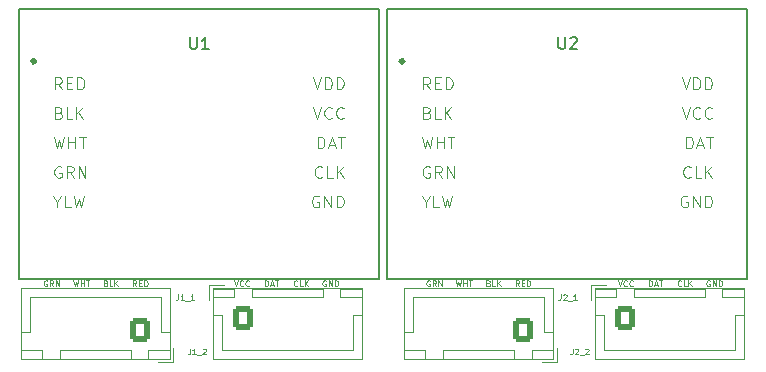
<source format=gto>
%TF.GenerationSoftware,KiCad,Pcbnew,8.0.1*%
%TF.CreationDate,2024-04-28T18:39:05+02:00*%
%TF.ProjectId,ScaleModule,5363616c-654d-46f6-9475-6c652e6b6963,v0.1*%
%TF.SameCoordinates,Original*%
%TF.FileFunction,Legend,Top*%
%TF.FilePolarity,Positive*%
%FSLAX46Y46*%
G04 Gerber Fmt 4.6, Leading zero omitted, Abs format (unit mm)*
G04 Created by KiCad (PCBNEW 8.0.1) date 2024-04-28 18:39:05*
%MOMM*%
%LPD*%
G01*
G04 APERTURE LIST*
G04 Aperture macros list*
%AMRoundRect*
0 Rectangle with rounded corners*
0 $1 Rounding radius*
0 $2 $3 $4 $5 $6 $7 $8 $9 X,Y pos of 4 corners*
0 Add a 4 corners polygon primitive as box body*
4,1,4,$2,$3,$4,$5,$6,$7,$8,$9,$2,$3,0*
0 Add four circle primitives for the rounded corners*
1,1,$1+$1,$2,$3*
1,1,$1+$1,$4,$5*
1,1,$1+$1,$6,$7*
1,1,$1+$1,$8,$9*
0 Add four rect primitives between the rounded corners*
20,1,$1+$1,$2,$3,$4,$5,0*
20,1,$1+$1,$4,$5,$6,$7,0*
20,1,$1+$1,$6,$7,$8,$9,0*
20,1,$1+$1,$8,$9,$2,$3,0*%
G04 Aperture macros list end*
%ADD10C,0.100000*%
%ADD11C,0.125000*%
%ADD12C,0.150000*%
%ADD13C,0.120000*%
%ADD14C,0.127000*%
%ADD15C,0.300000*%
%ADD16RoundRect,0.250000X-0.600000X-0.725000X0.600000X-0.725000X0.600000X0.725000X-0.600000X0.725000X0*%
%ADD17O,1.700000X1.950000*%
%ADD18RoundRect,0.250000X0.600000X0.725000X-0.600000X0.725000X-0.600000X-0.725000X0.600000X-0.725000X0*%
%ADD19C,3.200000*%
%ADD20C,2.083600*%
G04 APERTURE END LIST*
D10*
X127733334Y-112146109D02*
X127900000Y-112646109D01*
X127900000Y-112646109D02*
X128066667Y-112146109D01*
X128519047Y-112598490D02*
X128495238Y-112622300D01*
X128495238Y-112622300D02*
X128423809Y-112646109D01*
X128423809Y-112646109D02*
X128376190Y-112646109D01*
X128376190Y-112646109D02*
X128304762Y-112622300D01*
X128304762Y-112622300D02*
X128257143Y-112574680D01*
X128257143Y-112574680D02*
X128233333Y-112527061D01*
X128233333Y-112527061D02*
X128209524Y-112431823D01*
X128209524Y-112431823D02*
X128209524Y-112360395D01*
X128209524Y-112360395D02*
X128233333Y-112265157D01*
X128233333Y-112265157D02*
X128257143Y-112217538D01*
X128257143Y-112217538D02*
X128304762Y-112169919D01*
X128304762Y-112169919D02*
X128376190Y-112146109D01*
X128376190Y-112146109D02*
X128423809Y-112146109D01*
X128423809Y-112146109D02*
X128495238Y-112169919D01*
X128495238Y-112169919D02*
X128519047Y-112193728D01*
X129019047Y-112598490D02*
X128995238Y-112622300D01*
X128995238Y-112622300D02*
X128923809Y-112646109D01*
X128923809Y-112646109D02*
X128876190Y-112646109D01*
X128876190Y-112646109D02*
X128804762Y-112622300D01*
X128804762Y-112622300D02*
X128757143Y-112574680D01*
X128757143Y-112574680D02*
X128733333Y-112527061D01*
X128733333Y-112527061D02*
X128709524Y-112431823D01*
X128709524Y-112431823D02*
X128709524Y-112360395D01*
X128709524Y-112360395D02*
X128733333Y-112265157D01*
X128733333Y-112265157D02*
X128757143Y-112217538D01*
X128757143Y-112217538D02*
X128804762Y-112169919D01*
X128804762Y-112169919D02*
X128876190Y-112146109D01*
X128876190Y-112146109D02*
X128923809Y-112146109D01*
X128923809Y-112146109D02*
X128995238Y-112169919D01*
X128995238Y-112169919D02*
X129019047Y-112193728D01*
X151878571Y-112646109D02*
X151711905Y-112408014D01*
X151592857Y-112646109D02*
X151592857Y-112146109D01*
X151592857Y-112146109D02*
X151783333Y-112146109D01*
X151783333Y-112146109D02*
X151830952Y-112169919D01*
X151830952Y-112169919D02*
X151854762Y-112193728D01*
X151854762Y-112193728D02*
X151878571Y-112241347D01*
X151878571Y-112241347D02*
X151878571Y-112312776D01*
X151878571Y-112312776D02*
X151854762Y-112360395D01*
X151854762Y-112360395D02*
X151830952Y-112384204D01*
X151830952Y-112384204D02*
X151783333Y-112408014D01*
X151783333Y-112408014D02*
X151592857Y-112408014D01*
X152092857Y-112384204D02*
X152259524Y-112384204D01*
X152330952Y-112646109D02*
X152092857Y-112646109D01*
X152092857Y-112646109D02*
X152092857Y-112146109D01*
X152092857Y-112146109D02*
X152330952Y-112146109D01*
X152545238Y-112646109D02*
X152545238Y-112146109D01*
X152545238Y-112146109D02*
X152664286Y-112146109D01*
X152664286Y-112146109D02*
X152735714Y-112169919D01*
X152735714Y-112169919D02*
X152783333Y-112217538D01*
X152783333Y-112217538D02*
X152807143Y-112265157D01*
X152807143Y-112265157D02*
X152830952Y-112360395D01*
X152830952Y-112360395D02*
X152830952Y-112431823D01*
X152830952Y-112431823D02*
X152807143Y-112527061D01*
X152807143Y-112527061D02*
X152783333Y-112574680D01*
X152783333Y-112574680D02*
X152735714Y-112622300D01*
X152735714Y-112622300D02*
X152664286Y-112646109D01*
X152664286Y-112646109D02*
X152545238Y-112646109D01*
X119478571Y-112646109D02*
X119311905Y-112408014D01*
X119192857Y-112646109D02*
X119192857Y-112146109D01*
X119192857Y-112146109D02*
X119383333Y-112146109D01*
X119383333Y-112146109D02*
X119430952Y-112169919D01*
X119430952Y-112169919D02*
X119454762Y-112193728D01*
X119454762Y-112193728D02*
X119478571Y-112241347D01*
X119478571Y-112241347D02*
X119478571Y-112312776D01*
X119478571Y-112312776D02*
X119454762Y-112360395D01*
X119454762Y-112360395D02*
X119430952Y-112384204D01*
X119430952Y-112384204D02*
X119383333Y-112408014D01*
X119383333Y-112408014D02*
X119192857Y-112408014D01*
X119692857Y-112384204D02*
X119859524Y-112384204D01*
X119930952Y-112646109D02*
X119692857Y-112646109D01*
X119692857Y-112646109D02*
X119692857Y-112146109D01*
X119692857Y-112146109D02*
X119930952Y-112146109D01*
X120145238Y-112646109D02*
X120145238Y-112146109D01*
X120145238Y-112146109D02*
X120264286Y-112146109D01*
X120264286Y-112146109D02*
X120335714Y-112169919D01*
X120335714Y-112169919D02*
X120383333Y-112217538D01*
X120383333Y-112217538D02*
X120407143Y-112265157D01*
X120407143Y-112265157D02*
X120430952Y-112360395D01*
X120430952Y-112360395D02*
X120430952Y-112431823D01*
X120430952Y-112431823D02*
X120407143Y-112527061D01*
X120407143Y-112527061D02*
X120383333Y-112574680D01*
X120383333Y-112574680D02*
X120335714Y-112622300D01*
X120335714Y-112622300D02*
X120264286Y-112646109D01*
X120264286Y-112646109D02*
X120145238Y-112646109D01*
X162864286Y-112646109D02*
X162864286Y-112146109D01*
X162864286Y-112146109D02*
X162983334Y-112146109D01*
X162983334Y-112146109D02*
X163054762Y-112169919D01*
X163054762Y-112169919D02*
X163102381Y-112217538D01*
X163102381Y-112217538D02*
X163126191Y-112265157D01*
X163126191Y-112265157D02*
X163150000Y-112360395D01*
X163150000Y-112360395D02*
X163150000Y-112431823D01*
X163150000Y-112431823D02*
X163126191Y-112527061D01*
X163126191Y-112527061D02*
X163102381Y-112574680D01*
X163102381Y-112574680D02*
X163054762Y-112622300D01*
X163054762Y-112622300D02*
X162983334Y-112646109D01*
X162983334Y-112646109D02*
X162864286Y-112646109D01*
X163340477Y-112503252D02*
X163578572Y-112503252D01*
X163292858Y-112646109D02*
X163459524Y-112146109D01*
X163459524Y-112146109D02*
X163626191Y-112646109D01*
X163721429Y-112146109D02*
X164007143Y-112146109D01*
X163864286Y-112646109D02*
X163864286Y-112146109D01*
X168019047Y-112169919D02*
X167971428Y-112146109D01*
X167971428Y-112146109D02*
X167899999Y-112146109D01*
X167899999Y-112146109D02*
X167828571Y-112169919D01*
X167828571Y-112169919D02*
X167780952Y-112217538D01*
X167780952Y-112217538D02*
X167757142Y-112265157D01*
X167757142Y-112265157D02*
X167733333Y-112360395D01*
X167733333Y-112360395D02*
X167733333Y-112431823D01*
X167733333Y-112431823D02*
X167757142Y-112527061D01*
X167757142Y-112527061D02*
X167780952Y-112574680D01*
X167780952Y-112574680D02*
X167828571Y-112622300D01*
X167828571Y-112622300D02*
X167899999Y-112646109D01*
X167899999Y-112646109D02*
X167947618Y-112646109D01*
X167947618Y-112646109D02*
X168019047Y-112622300D01*
X168019047Y-112622300D02*
X168042856Y-112598490D01*
X168042856Y-112598490D02*
X168042856Y-112431823D01*
X168042856Y-112431823D02*
X167947618Y-112431823D01*
X168257142Y-112646109D02*
X168257142Y-112146109D01*
X168257142Y-112146109D02*
X168542856Y-112646109D01*
X168542856Y-112646109D02*
X168542856Y-112146109D01*
X168780952Y-112646109D02*
X168780952Y-112146109D01*
X168780952Y-112146109D02*
X168900000Y-112146109D01*
X168900000Y-112146109D02*
X168971428Y-112169919D01*
X168971428Y-112169919D02*
X169019047Y-112217538D01*
X169019047Y-112217538D02*
X169042857Y-112265157D01*
X169042857Y-112265157D02*
X169066666Y-112360395D01*
X169066666Y-112360395D02*
X169066666Y-112431823D01*
X169066666Y-112431823D02*
X169042857Y-112527061D01*
X169042857Y-112527061D02*
X169019047Y-112574680D01*
X169019047Y-112574680D02*
X168971428Y-112622300D01*
X168971428Y-112622300D02*
X168900000Y-112646109D01*
X168900000Y-112646109D02*
X168780952Y-112646109D01*
X130364286Y-112646109D02*
X130364286Y-112146109D01*
X130364286Y-112146109D02*
X130483334Y-112146109D01*
X130483334Y-112146109D02*
X130554762Y-112169919D01*
X130554762Y-112169919D02*
X130602381Y-112217538D01*
X130602381Y-112217538D02*
X130626191Y-112265157D01*
X130626191Y-112265157D02*
X130650000Y-112360395D01*
X130650000Y-112360395D02*
X130650000Y-112431823D01*
X130650000Y-112431823D02*
X130626191Y-112527061D01*
X130626191Y-112527061D02*
X130602381Y-112574680D01*
X130602381Y-112574680D02*
X130554762Y-112622300D01*
X130554762Y-112622300D02*
X130483334Y-112646109D01*
X130483334Y-112646109D02*
X130364286Y-112646109D01*
X130840477Y-112503252D02*
X131078572Y-112503252D01*
X130792858Y-112646109D02*
X130959524Y-112146109D01*
X130959524Y-112146109D02*
X131126191Y-112646109D01*
X131221429Y-112146109D02*
X131507143Y-112146109D01*
X131364286Y-112646109D02*
X131364286Y-112146109D01*
X114133333Y-112146109D02*
X114252381Y-112646109D01*
X114252381Y-112646109D02*
X114347619Y-112288966D01*
X114347619Y-112288966D02*
X114442857Y-112646109D01*
X114442857Y-112646109D02*
X114561905Y-112146109D01*
X114752381Y-112646109D02*
X114752381Y-112146109D01*
X114752381Y-112384204D02*
X115038095Y-112384204D01*
X115038095Y-112646109D02*
X115038095Y-112146109D01*
X115204763Y-112146109D02*
X115490477Y-112146109D01*
X115347620Y-112646109D02*
X115347620Y-112146109D01*
X160233334Y-112146109D02*
X160400000Y-112646109D01*
X160400000Y-112646109D02*
X160566667Y-112146109D01*
X161019047Y-112598490D02*
X160995238Y-112622300D01*
X160995238Y-112622300D02*
X160923809Y-112646109D01*
X160923809Y-112646109D02*
X160876190Y-112646109D01*
X160876190Y-112646109D02*
X160804762Y-112622300D01*
X160804762Y-112622300D02*
X160757143Y-112574680D01*
X160757143Y-112574680D02*
X160733333Y-112527061D01*
X160733333Y-112527061D02*
X160709524Y-112431823D01*
X160709524Y-112431823D02*
X160709524Y-112360395D01*
X160709524Y-112360395D02*
X160733333Y-112265157D01*
X160733333Y-112265157D02*
X160757143Y-112217538D01*
X160757143Y-112217538D02*
X160804762Y-112169919D01*
X160804762Y-112169919D02*
X160876190Y-112146109D01*
X160876190Y-112146109D02*
X160923809Y-112146109D01*
X160923809Y-112146109D02*
X160995238Y-112169919D01*
X160995238Y-112169919D02*
X161019047Y-112193728D01*
X161519047Y-112598490D02*
X161495238Y-112622300D01*
X161495238Y-112622300D02*
X161423809Y-112646109D01*
X161423809Y-112646109D02*
X161376190Y-112646109D01*
X161376190Y-112646109D02*
X161304762Y-112622300D01*
X161304762Y-112622300D02*
X161257143Y-112574680D01*
X161257143Y-112574680D02*
X161233333Y-112527061D01*
X161233333Y-112527061D02*
X161209524Y-112431823D01*
X161209524Y-112431823D02*
X161209524Y-112360395D01*
X161209524Y-112360395D02*
X161233333Y-112265157D01*
X161233333Y-112265157D02*
X161257143Y-112217538D01*
X161257143Y-112217538D02*
X161304762Y-112169919D01*
X161304762Y-112169919D02*
X161376190Y-112146109D01*
X161376190Y-112146109D02*
X161423809Y-112146109D01*
X161423809Y-112146109D02*
X161495238Y-112169919D01*
X161495238Y-112169919D02*
X161519047Y-112193728D01*
X133102380Y-112598490D02*
X133078571Y-112622300D01*
X133078571Y-112622300D02*
X133007142Y-112646109D01*
X133007142Y-112646109D02*
X132959523Y-112646109D01*
X132959523Y-112646109D02*
X132888095Y-112622300D01*
X132888095Y-112622300D02*
X132840476Y-112574680D01*
X132840476Y-112574680D02*
X132816666Y-112527061D01*
X132816666Y-112527061D02*
X132792857Y-112431823D01*
X132792857Y-112431823D02*
X132792857Y-112360395D01*
X132792857Y-112360395D02*
X132816666Y-112265157D01*
X132816666Y-112265157D02*
X132840476Y-112217538D01*
X132840476Y-112217538D02*
X132888095Y-112169919D01*
X132888095Y-112169919D02*
X132959523Y-112146109D01*
X132959523Y-112146109D02*
X133007142Y-112146109D01*
X133007142Y-112146109D02*
X133078571Y-112169919D01*
X133078571Y-112169919D02*
X133102380Y-112193728D01*
X133554761Y-112646109D02*
X133316666Y-112646109D01*
X133316666Y-112646109D02*
X133316666Y-112146109D01*
X133721428Y-112646109D02*
X133721428Y-112146109D01*
X134007142Y-112646109D02*
X133792857Y-112360395D01*
X134007142Y-112146109D02*
X133721428Y-112431823D01*
X111919047Y-112169919D02*
X111871428Y-112146109D01*
X111871428Y-112146109D02*
X111799999Y-112146109D01*
X111799999Y-112146109D02*
X111728571Y-112169919D01*
X111728571Y-112169919D02*
X111680952Y-112217538D01*
X111680952Y-112217538D02*
X111657142Y-112265157D01*
X111657142Y-112265157D02*
X111633333Y-112360395D01*
X111633333Y-112360395D02*
X111633333Y-112431823D01*
X111633333Y-112431823D02*
X111657142Y-112527061D01*
X111657142Y-112527061D02*
X111680952Y-112574680D01*
X111680952Y-112574680D02*
X111728571Y-112622300D01*
X111728571Y-112622300D02*
X111799999Y-112646109D01*
X111799999Y-112646109D02*
X111847618Y-112646109D01*
X111847618Y-112646109D02*
X111919047Y-112622300D01*
X111919047Y-112622300D02*
X111942856Y-112598490D01*
X111942856Y-112598490D02*
X111942856Y-112431823D01*
X111942856Y-112431823D02*
X111847618Y-112431823D01*
X112442856Y-112646109D02*
X112276190Y-112408014D01*
X112157142Y-112646109D02*
X112157142Y-112146109D01*
X112157142Y-112146109D02*
X112347618Y-112146109D01*
X112347618Y-112146109D02*
X112395237Y-112169919D01*
X112395237Y-112169919D02*
X112419047Y-112193728D01*
X112419047Y-112193728D02*
X112442856Y-112241347D01*
X112442856Y-112241347D02*
X112442856Y-112312776D01*
X112442856Y-112312776D02*
X112419047Y-112360395D01*
X112419047Y-112360395D02*
X112395237Y-112384204D01*
X112395237Y-112384204D02*
X112347618Y-112408014D01*
X112347618Y-112408014D02*
X112157142Y-112408014D01*
X112657142Y-112646109D02*
X112657142Y-112146109D01*
X112657142Y-112146109D02*
X112942856Y-112646109D01*
X112942856Y-112646109D02*
X112942856Y-112146109D01*
X116883333Y-112384204D02*
X116954761Y-112408014D01*
X116954761Y-112408014D02*
X116978571Y-112431823D01*
X116978571Y-112431823D02*
X117002380Y-112479442D01*
X117002380Y-112479442D02*
X117002380Y-112550871D01*
X117002380Y-112550871D02*
X116978571Y-112598490D01*
X116978571Y-112598490D02*
X116954761Y-112622300D01*
X116954761Y-112622300D02*
X116907142Y-112646109D01*
X116907142Y-112646109D02*
X116716666Y-112646109D01*
X116716666Y-112646109D02*
X116716666Y-112146109D01*
X116716666Y-112146109D02*
X116883333Y-112146109D01*
X116883333Y-112146109D02*
X116930952Y-112169919D01*
X116930952Y-112169919D02*
X116954761Y-112193728D01*
X116954761Y-112193728D02*
X116978571Y-112241347D01*
X116978571Y-112241347D02*
X116978571Y-112288966D01*
X116978571Y-112288966D02*
X116954761Y-112336585D01*
X116954761Y-112336585D02*
X116930952Y-112360395D01*
X116930952Y-112360395D02*
X116883333Y-112384204D01*
X116883333Y-112384204D02*
X116716666Y-112384204D01*
X117454761Y-112646109D02*
X117216666Y-112646109D01*
X117216666Y-112646109D02*
X117216666Y-112146109D01*
X117621428Y-112646109D02*
X117621428Y-112146109D01*
X117907142Y-112646109D02*
X117692857Y-112360395D01*
X117907142Y-112146109D02*
X117621428Y-112431823D01*
X165602380Y-112598490D02*
X165578571Y-112622300D01*
X165578571Y-112622300D02*
X165507142Y-112646109D01*
X165507142Y-112646109D02*
X165459523Y-112646109D01*
X165459523Y-112646109D02*
X165388095Y-112622300D01*
X165388095Y-112622300D02*
X165340476Y-112574680D01*
X165340476Y-112574680D02*
X165316666Y-112527061D01*
X165316666Y-112527061D02*
X165292857Y-112431823D01*
X165292857Y-112431823D02*
X165292857Y-112360395D01*
X165292857Y-112360395D02*
X165316666Y-112265157D01*
X165316666Y-112265157D02*
X165340476Y-112217538D01*
X165340476Y-112217538D02*
X165388095Y-112169919D01*
X165388095Y-112169919D02*
X165459523Y-112146109D01*
X165459523Y-112146109D02*
X165507142Y-112146109D01*
X165507142Y-112146109D02*
X165578571Y-112169919D01*
X165578571Y-112169919D02*
X165602380Y-112193728D01*
X166054761Y-112646109D02*
X165816666Y-112646109D01*
X165816666Y-112646109D02*
X165816666Y-112146109D01*
X166221428Y-112646109D02*
X166221428Y-112146109D01*
X166507142Y-112646109D02*
X166292857Y-112360395D01*
X166507142Y-112146109D02*
X166221428Y-112431823D01*
X146533333Y-112146109D02*
X146652381Y-112646109D01*
X146652381Y-112646109D02*
X146747619Y-112288966D01*
X146747619Y-112288966D02*
X146842857Y-112646109D01*
X146842857Y-112646109D02*
X146961905Y-112146109D01*
X147152381Y-112646109D02*
X147152381Y-112146109D01*
X147152381Y-112384204D02*
X147438095Y-112384204D01*
X147438095Y-112646109D02*
X147438095Y-112146109D01*
X147604763Y-112146109D02*
X147890477Y-112146109D01*
X147747620Y-112646109D02*
X147747620Y-112146109D01*
X149283333Y-112384204D02*
X149354761Y-112408014D01*
X149354761Y-112408014D02*
X149378571Y-112431823D01*
X149378571Y-112431823D02*
X149402380Y-112479442D01*
X149402380Y-112479442D02*
X149402380Y-112550871D01*
X149402380Y-112550871D02*
X149378571Y-112598490D01*
X149378571Y-112598490D02*
X149354761Y-112622300D01*
X149354761Y-112622300D02*
X149307142Y-112646109D01*
X149307142Y-112646109D02*
X149116666Y-112646109D01*
X149116666Y-112646109D02*
X149116666Y-112146109D01*
X149116666Y-112146109D02*
X149283333Y-112146109D01*
X149283333Y-112146109D02*
X149330952Y-112169919D01*
X149330952Y-112169919D02*
X149354761Y-112193728D01*
X149354761Y-112193728D02*
X149378571Y-112241347D01*
X149378571Y-112241347D02*
X149378571Y-112288966D01*
X149378571Y-112288966D02*
X149354761Y-112336585D01*
X149354761Y-112336585D02*
X149330952Y-112360395D01*
X149330952Y-112360395D02*
X149283333Y-112384204D01*
X149283333Y-112384204D02*
X149116666Y-112384204D01*
X149854761Y-112646109D02*
X149616666Y-112646109D01*
X149616666Y-112646109D02*
X149616666Y-112146109D01*
X150021428Y-112646109D02*
X150021428Y-112146109D01*
X150307142Y-112646109D02*
X150092857Y-112360395D01*
X150307142Y-112146109D02*
X150021428Y-112431823D01*
X144319047Y-112169919D02*
X144271428Y-112146109D01*
X144271428Y-112146109D02*
X144199999Y-112146109D01*
X144199999Y-112146109D02*
X144128571Y-112169919D01*
X144128571Y-112169919D02*
X144080952Y-112217538D01*
X144080952Y-112217538D02*
X144057142Y-112265157D01*
X144057142Y-112265157D02*
X144033333Y-112360395D01*
X144033333Y-112360395D02*
X144033333Y-112431823D01*
X144033333Y-112431823D02*
X144057142Y-112527061D01*
X144057142Y-112527061D02*
X144080952Y-112574680D01*
X144080952Y-112574680D02*
X144128571Y-112622300D01*
X144128571Y-112622300D02*
X144199999Y-112646109D01*
X144199999Y-112646109D02*
X144247618Y-112646109D01*
X144247618Y-112646109D02*
X144319047Y-112622300D01*
X144319047Y-112622300D02*
X144342856Y-112598490D01*
X144342856Y-112598490D02*
X144342856Y-112431823D01*
X144342856Y-112431823D02*
X144247618Y-112431823D01*
X144842856Y-112646109D02*
X144676190Y-112408014D01*
X144557142Y-112646109D02*
X144557142Y-112146109D01*
X144557142Y-112146109D02*
X144747618Y-112146109D01*
X144747618Y-112146109D02*
X144795237Y-112169919D01*
X144795237Y-112169919D02*
X144819047Y-112193728D01*
X144819047Y-112193728D02*
X144842856Y-112241347D01*
X144842856Y-112241347D02*
X144842856Y-112312776D01*
X144842856Y-112312776D02*
X144819047Y-112360395D01*
X144819047Y-112360395D02*
X144795237Y-112384204D01*
X144795237Y-112384204D02*
X144747618Y-112408014D01*
X144747618Y-112408014D02*
X144557142Y-112408014D01*
X145057142Y-112646109D02*
X145057142Y-112146109D01*
X145057142Y-112146109D02*
X145342856Y-112646109D01*
X145342856Y-112646109D02*
X145342856Y-112146109D01*
X135519047Y-112169919D02*
X135471428Y-112146109D01*
X135471428Y-112146109D02*
X135399999Y-112146109D01*
X135399999Y-112146109D02*
X135328571Y-112169919D01*
X135328571Y-112169919D02*
X135280952Y-112217538D01*
X135280952Y-112217538D02*
X135257142Y-112265157D01*
X135257142Y-112265157D02*
X135233333Y-112360395D01*
X135233333Y-112360395D02*
X135233333Y-112431823D01*
X135233333Y-112431823D02*
X135257142Y-112527061D01*
X135257142Y-112527061D02*
X135280952Y-112574680D01*
X135280952Y-112574680D02*
X135328571Y-112622300D01*
X135328571Y-112622300D02*
X135399999Y-112646109D01*
X135399999Y-112646109D02*
X135447618Y-112646109D01*
X135447618Y-112646109D02*
X135519047Y-112622300D01*
X135519047Y-112622300D02*
X135542856Y-112598490D01*
X135542856Y-112598490D02*
X135542856Y-112431823D01*
X135542856Y-112431823D02*
X135447618Y-112431823D01*
X135757142Y-112646109D02*
X135757142Y-112146109D01*
X135757142Y-112146109D02*
X136042856Y-112646109D01*
X136042856Y-112646109D02*
X136042856Y-112146109D01*
X136280952Y-112646109D02*
X136280952Y-112146109D01*
X136280952Y-112146109D02*
X136400000Y-112146109D01*
X136400000Y-112146109D02*
X136471428Y-112169919D01*
X136471428Y-112169919D02*
X136519047Y-112217538D01*
X136519047Y-112217538D02*
X136542857Y-112265157D01*
X136542857Y-112265157D02*
X136566666Y-112360395D01*
X136566666Y-112360395D02*
X136566666Y-112431823D01*
X136566666Y-112431823D02*
X136542857Y-112527061D01*
X136542857Y-112527061D02*
X136519047Y-112574680D01*
X136519047Y-112574680D02*
X136471428Y-112622300D01*
X136471428Y-112622300D02*
X136400000Y-112646109D01*
X136400000Y-112646109D02*
X136280952Y-112646109D01*
D11*
X156404762Y-117924809D02*
X156404762Y-118281952D01*
X156404762Y-118281952D02*
X156380953Y-118353380D01*
X156380953Y-118353380D02*
X156333334Y-118401000D01*
X156333334Y-118401000D02*
X156261905Y-118424809D01*
X156261905Y-118424809D02*
X156214286Y-118424809D01*
X156619048Y-117972428D02*
X156642857Y-117948619D01*
X156642857Y-117948619D02*
X156690476Y-117924809D01*
X156690476Y-117924809D02*
X156809524Y-117924809D01*
X156809524Y-117924809D02*
X156857143Y-117948619D01*
X156857143Y-117948619D02*
X156880952Y-117972428D01*
X156880952Y-117972428D02*
X156904762Y-118020047D01*
X156904762Y-118020047D02*
X156904762Y-118067666D01*
X156904762Y-118067666D02*
X156880952Y-118139095D01*
X156880952Y-118139095D02*
X156595238Y-118424809D01*
X156595238Y-118424809D02*
X156904762Y-118424809D01*
X157000000Y-118472428D02*
X157380952Y-118472428D01*
X157476190Y-117972428D02*
X157499999Y-117948619D01*
X157499999Y-117948619D02*
X157547618Y-117924809D01*
X157547618Y-117924809D02*
X157666666Y-117924809D01*
X157666666Y-117924809D02*
X157714285Y-117948619D01*
X157714285Y-117948619D02*
X157738094Y-117972428D01*
X157738094Y-117972428D02*
X157761904Y-118020047D01*
X157761904Y-118020047D02*
X157761904Y-118067666D01*
X157761904Y-118067666D02*
X157738094Y-118139095D01*
X157738094Y-118139095D02*
X157452380Y-118424809D01*
X157452380Y-118424809D02*
X157761904Y-118424809D01*
X155404762Y-113324809D02*
X155404762Y-113681952D01*
X155404762Y-113681952D02*
X155380953Y-113753380D01*
X155380953Y-113753380D02*
X155333334Y-113801000D01*
X155333334Y-113801000D02*
X155261905Y-113824809D01*
X155261905Y-113824809D02*
X155214286Y-113824809D01*
X155619048Y-113372428D02*
X155642857Y-113348619D01*
X155642857Y-113348619D02*
X155690476Y-113324809D01*
X155690476Y-113324809D02*
X155809524Y-113324809D01*
X155809524Y-113324809D02*
X155857143Y-113348619D01*
X155857143Y-113348619D02*
X155880952Y-113372428D01*
X155880952Y-113372428D02*
X155904762Y-113420047D01*
X155904762Y-113420047D02*
X155904762Y-113467666D01*
X155904762Y-113467666D02*
X155880952Y-113539095D01*
X155880952Y-113539095D02*
X155595238Y-113824809D01*
X155595238Y-113824809D02*
X155904762Y-113824809D01*
X156000000Y-113872428D02*
X156380952Y-113872428D01*
X156761904Y-113824809D02*
X156476190Y-113824809D01*
X156619047Y-113824809D02*
X156619047Y-113324809D01*
X156619047Y-113324809D02*
X156571428Y-113396238D01*
X156571428Y-113396238D02*
X156523809Y-113443857D01*
X156523809Y-113443857D02*
X156476190Y-113467666D01*
X124004762Y-117924809D02*
X124004762Y-118281952D01*
X124004762Y-118281952D02*
X123980953Y-118353380D01*
X123980953Y-118353380D02*
X123933334Y-118401000D01*
X123933334Y-118401000D02*
X123861905Y-118424809D01*
X123861905Y-118424809D02*
X123814286Y-118424809D01*
X124504762Y-118424809D02*
X124219048Y-118424809D01*
X124361905Y-118424809D02*
X124361905Y-117924809D01*
X124361905Y-117924809D02*
X124314286Y-117996238D01*
X124314286Y-117996238D02*
X124266667Y-118043857D01*
X124266667Y-118043857D02*
X124219048Y-118067666D01*
X124600000Y-118472428D02*
X124980952Y-118472428D01*
X125076190Y-117972428D02*
X125099999Y-117948619D01*
X125099999Y-117948619D02*
X125147618Y-117924809D01*
X125147618Y-117924809D02*
X125266666Y-117924809D01*
X125266666Y-117924809D02*
X125314285Y-117948619D01*
X125314285Y-117948619D02*
X125338094Y-117972428D01*
X125338094Y-117972428D02*
X125361904Y-118020047D01*
X125361904Y-118020047D02*
X125361904Y-118067666D01*
X125361904Y-118067666D02*
X125338094Y-118139095D01*
X125338094Y-118139095D02*
X125052380Y-118424809D01*
X125052380Y-118424809D02*
X125361904Y-118424809D01*
X123004762Y-113324809D02*
X123004762Y-113681952D01*
X123004762Y-113681952D02*
X122980953Y-113753380D01*
X122980953Y-113753380D02*
X122933334Y-113801000D01*
X122933334Y-113801000D02*
X122861905Y-113824809D01*
X122861905Y-113824809D02*
X122814286Y-113824809D01*
X123504762Y-113824809D02*
X123219048Y-113824809D01*
X123361905Y-113824809D02*
X123361905Y-113324809D01*
X123361905Y-113324809D02*
X123314286Y-113396238D01*
X123314286Y-113396238D02*
X123266667Y-113443857D01*
X123266667Y-113443857D02*
X123219048Y-113467666D01*
X123600000Y-113872428D02*
X123980952Y-113872428D01*
X124361904Y-113824809D02*
X124076190Y-113824809D01*
X124219047Y-113824809D02*
X124219047Y-113324809D01*
X124219047Y-113324809D02*
X124171428Y-113396238D01*
X124171428Y-113396238D02*
X124123809Y-113443857D01*
X124123809Y-113443857D02*
X124076190Y-113467666D01*
D12*
X124018047Y-91554786D02*
X124018047Y-92364360D01*
X124018047Y-92364360D02*
X124065669Y-92459604D01*
X124065669Y-92459604D02*
X124113291Y-92507227D01*
X124113291Y-92507227D02*
X124208535Y-92554849D01*
X124208535Y-92554849D02*
X124399023Y-92554849D01*
X124399023Y-92554849D02*
X124494267Y-92507227D01*
X124494267Y-92507227D02*
X124541889Y-92459604D01*
X124541889Y-92459604D02*
X124589511Y-92364360D01*
X124589511Y-92364360D02*
X124589511Y-91554786D01*
X125589574Y-92554849D02*
X125018110Y-92554849D01*
X125303842Y-92554849D02*
X125303842Y-91554786D01*
X125303842Y-91554786D02*
X125208598Y-91697652D01*
X125208598Y-91697652D02*
X125113354Y-91792896D01*
X125113354Y-91792896D02*
X125018110Y-91840518D01*
D10*
X134452306Y-97472419D02*
X134785639Y-98472419D01*
X134785639Y-98472419D02*
X135118972Y-97472419D01*
X136023734Y-98377180D02*
X135976115Y-98424800D01*
X135976115Y-98424800D02*
X135833258Y-98472419D01*
X135833258Y-98472419D02*
X135738020Y-98472419D01*
X135738020Y-98472419D02*
X135595163Y-98424800D01*
X135595163Y-98424800D02*
X135499925Y-98329561D01*
X135499925Y-98329561D02*
X135452306Y-98234323D01*
X135452306Y-98234323D02*
X135404687Y-98043847D01*
X135404687Y-98043847D02*
X135404687Y-97900990D01*
X135404687Y-97900990D02*
X135452306Y-97710514D01*
X135452306Y-97710514D02*
X135499925Y-97615276D01*
X135499925Y-97615276D02*
X135595163Y-97520038D01*
X135595163Y-97520038D02*
X135738020Y-97472419D01*
X135738020Y-97472419D02*
X135833258Y-97472419D01*
X135833258Y-97472419D02*
X135976115Y-97520038D01*
X135976115Y-97520038D02*
X136023734Y-97567657D01*
X137023734Y-98377180D02*
X136976115Y-98424800D01*
X136976115Y-98424800D02*
X136833258Y-98472419D01*
X136833258Y-98472419D02*
X136738020Y-98472419D01*
X136738020Y-98472419D02*
X136595163Y-98424800D01*
X136595163Y-98424800D02*
X136499925Y-98329561D01*
X136499925Y-98329561D02*
X136452306Y-98234323D01*
X136452306Y-98234323D02*
X136404687Y-98043847D01*
X136404687Y-98043847D02*
X136404687Y-97900990D01*
X136404687Y-97900990D02*
X136452306Y-97710514D01*
X136452306Y-97710514D02*
X136499925Y-97615276D01*
X136499925Y-97615276D02*
X136595163Y-97520038D01*
X136595163Y-97520038D02*
X136738020Y-97472419D01*
X136738020Y-97472419D02*
X136833258Y-97472419D01*
X136833258Y-97472419D02*
X136976115Y-97520038D01*
X136976115Y-97520038D02*
X137023734Y-97567657D01*
X112488646Y-99972419D02*
X112726741Y-100972419D01*
X112726741Y-100972419D02*
X112917217Y-100258133D01*
X112917217Y-100258133D02*
X113107693Y-100972419D01*
X113107693Y-100972419D02*
X113345789Y-99972419D01*
X113726741Y-100972419D02*
X113726741Y-99972419D01*
X113726741Y-100448609D02*
X114298169Y-100448609D01*
X114298169Y-100972419D02*
X114298169Y-99972419D01*
X114631503Y-99972419D02*
X115202931Y-99972419D01*
X114917217Y-100972419D02*
X114917217Y-99972419D01*
X113107693Y-102520038D02*
X113012455Y-102472419D01*
X113012455Y-102472419D02*
X112869598Y-102472419D01*
X112869598Y-102472419D02*
X112726741Y-102520038D01*
X112726741Y-102520038D02*
X112631503Y-102615276D01*
X112631503Y-102615276D02*
X112583884Y-102710514D01*
X112583884Y-102710514D02*
X112536265Y-102900990D01*
X112536265Y-102900990D02*
X112536265Y-103043847D01*
X112536265Y-103043847D02*
X112583884Y-103234323D01*
X112583884Y-103234323D02*
X112631503Y-103329561D01*
X112631503Y-103329561D02*
X112726741Y-103424800D01*
X112726741Y-103424800D02*
X112869598Y-103472419D01*
X112869598Y-103472419D02*
X112964836Y-103472419D01*
X112964836Y-103472419D02*
X113107693Y-103424800D01*
X113107693Y-103424800D02*
X113155312Y-103377180D01*
X113155312Y-103377180D02*
X113155312Y-103043847D01*
X113155312Y-103043847D02*
X112964836Y-103043847D01*
X114155312Y-103472419D02*
X113821979Y-102996228D01*
X113583884Y-103472419D02*
X113583884Y-102472419D01*
X113583884Y-102472419D02*
X113964836Y-102472419D01*
X113964836Y-102472419D02*
X114060074Y-102520038D01*
X114060074Y-102520038D02*
X114107693Y-102567657D01*
X114107693Y-102567657D02*
X114155312Y-102662895D01*
X114155312Y-102662895D02*
X114155312Y-102805752D01*
X114155312Y-102805752D02*
X114107693Y-102900990D01*
X114107693Y-102900990D02*
X114060074Y-102948609D01*
X114060074Y-102948609D02*
X113964836Y-102996228D01*
X113964836Y-102996228D02*
X113583884Y-102996228D01*
X114583884Y-103472419D02*
X114583884Y-102472419D01*
X114583884Y-102472419D02*
X115155312Y-103472419D01*
X115155312Y-103472419D02*
X115155312Y-102472419D01*
X113155312Y-95972419D02*
X112821979Y-95496228D01*
X112583884Y-95972419D02*
X112583884Y-94972419D01*
X112583884Y-94972419D02*
X112964836Y-94972419D01*
X112964836Y-94972419D02*
X113060074Y-95020038D01*
X113060074Y-95020038D02*
X113107693Y-95067657D01*
X113107693Y-95067657D02*
X113155312Y-95162895D01*
X113155312Y-95162895D02*
X113155312Y-95305752D01*
X113155312Y-95305752D02*
X113107693Y-95400990D01*
X113107693Y-95400990D02*
X113060074Y-95448609D01*
X113060074Y-95448609D02*
X112964836Y-95496228D01*
X112964836Y-95496228D02*
X112583884Y-95496228D01*
X113583884Y-95448609D02*
X113917217Y-95448609D01*
X114060074Y-95972419D02*
X113583884Y-95972419D01*
X113583884Y-95972419D02*
X113583884Y-94972419D01*
X113583884Y-94972419D02*
X114060074Y-94972419D01*
X114488646Y-95972419D02*
X114488646Y-94972419D01*
X114488646Y-94972419D02*
X114726741Y-94972419D01*
X114726741Y-94972419D02*
X114869598Y-95020038D01*
X114869598Y-95020038D02*
X114964836Y-95115276D01*
X114964836Y-95115276D02*
X115012455Y-95210514D01*
X115012455Y-95210514D02*
X115060074Y-95400990D01*
X115060074Y-95400990D02*
X115060074Y-95543847D01*
X115060074Y-95543847D02*
X115012455Y-95734323D01*
X115012455Y-95734323D02*
X114964836Y-95829561D01*
X114964836Y-95829561D02*
X114869598Y-95924800D01*
X114869598Y-95924800D02*
X114726741Y-95972419D01*
X114726741Y-95972419D02*
X114488646Y-95972419D01*
X112917217Y-97948609D02*
X113060074Y-97996228D01*
X113060074Y-97996228D02*
X113107693Y-98043847D01*
X113107693Y-98043847D02*
X113155312Y-98139085D01*
X113155312Y-98139085D02*
X113155312Y-98281942D01*
X113155312Y-98281942D02*
X113107693Y-98377180D01*
X113107693Y-98377180D02*
X113060074Y-98424800D01*
X113060074Y-98424800D02*
X112964836Y-98472419D01*
X112964836Y-98472419D02*
X112583884Y-98472419D01*
X112583884Y-98472419D02*
X112583884Y-97472419D01*
X112583884Y-97472419D02*
X112917217Y-97472419D01*
X112917217Y-97472419D02*
X113012455Y-97520038D01*
X113012455Y-97520038D02*
X113060074Y-97567657D01*
X113060074Y-97567657D02*
X113107693Y-97662895D01*
X113107693Y-97662895D02*
X113107693Y-97758133D01*
X113107693Y-97758133D02*
X113060074Y-97853371D01*
X113060074Y-97853371D02*
X113012455Y-97900990D01*
X113012455Y-97900990D02*
X112917217Y-97948609D01*
X112917217Y-97948609D02*
X112583884Y-97948609D01*
X114060074Y-98472419D02*
X113583884Y-98472419D01*
X113583884Y-98472419D02*
X113583884Y-97472419D01*
X114393408Y-98472419D02*
X114393408Y-97472419D01*
X114964836Y-98472419D02*
X114536265Y-97900990D01*
X114964836Y-97472419D02*
X114393408Y-98043847D01*
X134833258Y-100972419D02*
X134833258Y-99972419D01*
X134833258Y-99972419D02*
X135071353Y-99972419D01*
X135071353Y-99972419D02*
X135214210Y-100020038D01*
X135214210Y-100020038D02*
X135309448Y-100115276D01*
X135309448Y-100115276D02*
X135357067Y-100210514D01*
X135357067Y-100210514D02*
X135404686Y-100400990D01*
X135404686Y-100400990D02*
X135404686Y-100543847D01*
X135404686Y-100543847D02*
X135357067Y-100734323D01*
X135357067Y-100734323D02*
X135309448Y-100829561D01*
X135309448Y-100829561D02*
X135214210Y-100924800D01*
X135214210Y-100924800D02*
X135071353Y-100972419D01*
X135071353Y-100972419D02*
X134833258Y-100972419D01*
X135785639Y-100686704D02*
X136261829Y-100686704D01*
X135690401Y-100972419D02*
X136023734Y-99972419D01*
X136023734Y-99972419D02*
X136357067Y-100972419D01*
X136547544Y-99972419D02*
X137118972Y-99972419D01*
X136833258Y-100972419D02*
X136833258Y-99972419D01*
X135214210Y-103377180D02*
X135166591Y-103424800D01*
X135166591Y-103424800D02*
X135023734Y-103472419D01*
X135023734Y-103472419D02*
X134928496Y-103472419D01*
X134928496Y-103472419D02*
X134785639Y-103424800D01*
X134785639Y-103424800D02*
X134690401Y-103329561D01*
X134690401Y-103329561D02*
X134642782Y-103234323D01*
X134642782Y-103234323D02*
X134595163Y-103043847D01*
X134595163Y-103043847D02*
X134595163Y-102900990D01*
X134595163Y-102900990D02*
X134642782Y-102710514D01*
X134642782Y-102710514D02*
X134690401Y-102615276D01*
X134690401Y-102615276D02*
X134785639Y-102520038D01*
X134785639Y-102520038D02*
X134928496Y-102472419D01*
X134928496Y-102472419D02*
X135023734Y-102472419D01*
X135023734Y-102472419D02*
X135166591Y-102520038D01*
X135166591Y-102520038D02*
X135214210Y-102567657D01*
X136118972Y-103472419D02*
X135642782Y-103472419D01*
X135642782Y-103472419D02*
X135642782Y-102472419D01*
X136452306Y-103472419D02*
X136452306Y-102472419D01*
X137023734Y-103472419D02*
X136595163Y-102900990D01*
X137023734Y-102472419D02*
X136452306Y-103043847D01*
X134928496Y-105020038D02*
X134833258Y-104972419D01*
X134833258Y-104972419D02*
X134690401Y-104972419D01*
X134690401Y-104972419D02*
X134547544Y-105020038D01*
X134547544Y-105020038D02*
X134452306Y-105115276D01*
X134452306Y-105115276D02*
X134404687Y-105210514D01*
X134404687Y-105210514D02*
X134357068Y-105400990D01*
X134357068Y-105400990D02*
X134357068Y-105543847D01*
X134357068Y-105543847D02*
X134404687Y-105734323D01*
X134404687Y-105734323D02*
X134452306Y-105829561D01*
X134452306Y-105829561D02*
X134547544Y-105924800D01*
X134547544Y-105924800D02*
X134690401Y-105972419D01*
X134690401Y-105972419D02*
X134785639Y-105972419D01*
X134785639Y-105972419D02*
X134928496Y-105924800D01*
X134928496Y-105924800D02*
X134976115Y-105877180D01*
X134976115Y-105877180D02*
X134976115Y-105543847D01*
X134976115Y-105543847D02*
X134785639Y-105543847D01*
X135404687Y-105972419D02*
X135404687Y-104972419D01*
X135404687Y-104972419D02*
X135976115Y-105972419D01*
X135976115Y-105972419D02*
X135976115Y-104972419D01*
X136452306Y-105972419D02*
X136452306Y-104972419D01*
X136452306Y-104972419D02*
X136690401Y-104972419D01*
X136690401Y-104972419D02*
X136833258Y-105020038D01*
X136833258Y-105020038D02*
X136928496Y-105115276D01*
X136928496Y-105115276D02*
X136976115Y-105210514D01*
X136976115Y-105210514D02*
X137023734Y-105400990D01*
X137023734Y-105400990D02*
X137023734Y-105543847D01*
X137023734Y-105543847D02*
X136976115Y-105734323D01*
X136976115Y-105734323D02*
X136928496Y-105829561D01*
X136928496Y-105829561D02*
X136833258Y-105924800D01*
X136833258Y-105924800D02*
X136690401Y-105972419D01*
X136690401Y-105972419D02*
X136452306Y-105972419D01*
X134452306Y-94972419D02*
X134785639Y-95972419D01*
X134785639Y-95972419D02*
X135118972Y-94972419D01*
X135452306Y-95972419D02*
X135452306Y-94972419D01*
X135452306Y-94972419D02*
X135690401Y-94972419D01*
X135690401Y-94972419D02*
X135833258Y-95020038D01*
X135833258Y-95020038D02*
X135928496Y-95115276D01*
X135928496Y-95115276D02*
X135976115Y-95210514D01*
X135976115Y-95210514D02*
X136023734Y-95400990D01*
X136023734Y-95400990D02*
X136023734Y-95543847D01*
X136023734Y-95543847D02*
X135976115Y-95734323D01*
X135976115Y-95734323D02*
X135928496Y-95829561D01*
X135928496Y-95829561D02*
X135833258Y-95924800D01*
X135833258Y-95924800D02*
X135690401Y-95972419D01*
X135690401Y-95972419D02*
X135452306Y-95972419D01*
X136452306Y-95972419D02*
X136452306Y-94972419D01*
X136452306Y-94972419D02*
X136690401Y-94972419D01*
X136690401Y-94972419D02*
X136833258Y-95020038D01*
X136833258Y-95020038D02*
X136928496Y-95115276D01*
X136928496Y-95115276D02*
X136976115Y-95210514D01*
X136976115Y-95210514D02*
X137023734Y-95400990D01*
X137023734Y-95400990D02*
X137023734Y-95543847D01*
X137023734Y-95543847D02*
X136976115Y-95734323D01*
X136976115Y-95734323D02*
X136928496Y-95829561D01*
X136928496Y-95829561D02*
X136833258Y-95924800D01*
X136833258Y-95924800D02*
X136690401Y-95972419D01*
X136690401Y-95972419D02*
X136452306Y-95972419D01*
X112774360Y-105496228D02*
X112774360Y-105972419D01*
X112441027Y-104972419D02*
X112774360Y-105496228D01*
X112774360Y-105496228D02*
X113107693Y-104972419D01*
X113917217Y-105972419D02*
X113441027Y-105972419D01*
X113441027Y-105972419D02*
X113441027Y-104972419D01*
X114155313Y-104972419D02*
X114393408Y-105972419D01*
X114393408Y-105972419D02*
X114583884Y-105258133D01*
X114583884Y-105258133D02*
X114774360Y-105972419D01*
X114774360Y-105972419D02*
X115012456Y-104972419D01*
D12*
X155208047Y-91554786D02*
X155208047Y-92364360D01*
X155208047Y-92364360D02*
X155255669Y-92459604D01*
X155255669Y-92459604D02*
X155303291Y-92507227D01*
X155303291Y-92507227D02*
X155398535Y-92554849D01*
X155398535Y-92554849D02*
X155589023Y-92554849D01*
X155589023Y-92554849D02*
X155684267Y-92507227D01*
X155684267Y-92507227D02*
X155731889Y-92459604D01*
X155731889Y-92459604D02*
X155779511Y-92364360D01*
X155779511Y-92364360D02*
X155779511Y-91554786D01*
X156208110Y-91650030D02*
X156255732Y-91602408D01*
X156255732Y-91602408D02*
X156350976Y-91554786D01*
X156350976Y-91554786D02*
X156589086Y-91554786D01*
X156589086Y-91554786D02*
X156684330Y-91602408D01*
X156684330Y-91602408D02*
X156731952Y-91650030D01*
X156731952Y-91650030D02*
X156779574Y-91745274D01*
X156779574Y-91745274D02*
X156779574Y-91840518D01*
X156779574Y-91840518D02*
X156731952Y-91983384D01*
X156731952Y-91983384D02*
X156160488Y-92554849D01*
X156160488Y-92554849D02*
X156779574Y-92554849D01*
D10*
X165642306Y-94972419D02*
X165975639Y-95972419D01*
X165975639Y-95972419D02*
X166308972Y-94972419D01*
X166642306Y-95972419D02*
X166642306Y-94972419D01*
X166642306Y-94972419D02*
X166880401Y-94972419D01*
X166880401Y-94972419D02*
X167023258Y-95020038D01*
X167023258Y-95020038D02*
X167118496Y-95115276D01*
X167118496Y-95115276D02*
X167166115Y-95210514D01*
X167166115Y-95210514D02*
X167213734Y-95400990D01*
X167213734Y-95400990D02*
X167213734Y-95543847D01*
X167213734Y-95543847D02*
X167166115Y-95734323D01*
X167166115Y-95734323D02*
X167118496Y-95829561D01*
X167118496Y-95829561D02*
X167023258Y-95924800D01*
X167023258Y-95924800D02*
X166880401Y-95972419D01*
X166880401Y-95972419D02*
X166642306Y-95972419D01*
X167642306Y-95972419D02*
X167642306Y-94972419D01*
X167642306Y-94972419D02*
X167880401Y-94972419D01*
X167880401Y-94972419D02*
X168023258Y-95020038D01*
X168023258Y-95020038D02*
X168118496Y-95115276D01*
X168118496Y-95115276D02*
X168166115Y-95210514D01*
X168166115Y-95210514D02*
X168213734Y-95400990D01*
X168213734Y-95400990D02*
X168213734Y-95543847D01*
X168213734Y-95543847D02*
X168166115Y-95734323D01*
X168166115Y-95734323D02*
X168118496Y-95829561D01*
X168118496Y-95829561D02*
X168023258Y-95924800D01*
X168023258Y-95924800D02*
X167880401Y-95972419D01*
X167880401Y-95972419D02*
X167642306Y-95972419D01*
X166023258Y-100972419D02*
X166023258Y-99972419D01*
X166023258Y-99972419D02*
X166261353Y-99972419D01*
X166261353Y-99972419D02*
X166404210Y-100020038D01*
X166404210Y-100020038D02*
X166499448Y-100115276D01*
X166499448Y-100115276D02*
X166547067Y-100210514D01*
X166547067Y-100210514D02*
X166594686Y-100400990D01*
X166594686Y-100400990D02*
X166594686Y-100543847D01*
X166594686Y-100543847D02*
X166547067Y-100734323D01*
X166547067Y-100734323D02*
X166499448Y-100829561D01*
X166499448Y-100829561D02*
X166404210Y-100924800D01*
X166404210Y-100924800D02*
X166261353Y-100972419D01*
X166261353Y-100972419D02*
X166023258Y-100972419D01*
X166975639Y-100686704D02*
X167451829Y-100686704D01*
X166880401Y-100972419D02*
X167213734Y-99972419D01*
X167213734Y-99972419D02*
X167547067Y-100972419D01*
X167737544Y-99972419D02*
X168308972Y-99972419D01*
X168023258Y-100972419D02*
X168023258Y-99972419D01*
X143678646Y-99972419D02*
X143916741Y-100972419D01*
X143916741Y-100972419D02*
X144107217Y-100258133D01*
X144107217Y-100258133D02*
X144297693Y-100972419D01*
X144297693Y-100972419D02*
X144535789Y-99972419D01*
X144916741Y-100972419D02*
X144916741Y-99972419D01*
X144916741Y-100448609D02*
X145488169Y-100448609D01*
X145488169Y-100972419D02*
X145488169Y-99972419D01*
X145821503Y-99972419D02*
X146392931Y-99972419D01*
X146107217Y-100972419D02*
X146107217Y-99972419D01*
X166118496Y-105020038D02*
X166023258Y-104972419D01*
X166023258Y-104972419D02*
X165880401Y-104972419D01*
X165880401Y-104972419D02*
X165737544Y-105020038D01*
X165737544Y-105020038D02*
X165642306Y-105115276D01*
X165642306Y-105115276D02*
X165594687Y-105210514D01*
X165594687Y-105210514D02*
X165547068Y-105400990D01*
X165547068Y-105400990D02*
X165547068Y-105543847D01*
X165547068Y-105543847D02*
X165594687Y-105734323D01*
X165594687Y-105734323D02*
X165642306Y-105829561D01*
X165642306Y-105829561D02*
X165737544Y-105924800D01*
X165737544Y-105924800D02*
X165880401Y-105972419D01*
X165880401Y-105972419D02*
X165975639Y-105972419D01*
X165975639Y-105972419D02*
X166118496Y-105924800D01*
X166118496Y-105924800D02*
X166166115Y-105877180D01*
X166166115Y-105877180D02*
X166166115Y-105543847D01*
X166166115Y-105543847D02*
X165975639Y-105543847D01*
X166594687Y-105972419D02*
X166594687Y-104972419D01*
X166594687Y-104972419D02*
X167166115Y-105972419D01*
X167166115Y-105972419D02*
X167166115Y-104972419D01*
X167642306Y-105972419D02*
X167642306Y-104972419D01*
X167642306Y-104972419D02*
X167880401Y-104972419D01*
X167880401Y-104972419D02*
X168023258Y-105020038D01*
X168023258Y-105020038D02*
X168118496Y-105115276D01*
X168118496Y-105115276D02*
X168166115Y-105210514D01*
X168166115Y-105210514D02*
X168213734Y-105400990D01*
X168213734Y-105400990D02*
X168213734Y-105543847D01*
X168213734Y-105543847D02*
X168166115Y-105734323D01*
X168166115Y-105734323D02*
X168118496Y-105829561D01*
X168118496Y-105829561D02*
X168023258Y-105924800D01*
X168023258Y-105924800D02*
X167880401Y-105972419D01*
X167880401Y-105972419D02*
X167642306Y-105972419D01*
X165642306Y-97472419D02*
X165975639Y-98472419D01*
X165975639Y-98472419D02*
X166308972Y-97472419D01*
X167213734Y-98377180D02*
X167166115Y-98424800D01*
X167166115Y-98424800D02*
X167023258Y-98472419D01*
X167023258Y-98472419D02*
X166928020Y-98472419D01*
X166928020Y-98472419D02*
X166785163Y-98424800D01*
X166785163Y-98424800D02*
X166689925Y-98329561D01*
X166689925Y-98329561D02*
X166642306Y-98234323D01*
X166642306Y-98234323D02*
X166594687Y-98043847D01*
X166594687Y-98043847D02*
X166594687Y-97900990D01*
X166594687Y-97900990D02*
X166642306Y-97710514D01*
X166642306Y-97710514D02*
X166689925Y-97615276D01*
X166689925Y-97615276D02*
X166785163Y-97520038D01*
X166785163Y-97520038D02*
X166928020Y-97472419D01*
X166928020Y-97472419D02*
X167023258Y-97472419D01*
X167023258Y-97472419D02*
X167166115Y-97520038D01*
X167166115Y-97520038D02*
X167213734Y-97567657D01*
X168213734Y-98377180D02*
X168166115Y-98424800D01*
X168166115Y-98424800D02*
X168023258Y-98472419D01*
X168023258Y-98472419D02*
X167928020Y-98472419D01*
X167928020Y-98472419D02*
X167785163Y-98424800D01*
X167785163Y-98424800D02*
X167689925Y-98329561D01*
X167689925Y-98329561D02*
X167642306Y-98234323D01*
X167642306Y-98234323D02*
X167594687Y-98043847D01*
X167594687Y-98043847D02*
X167594687Y-97900990D01*
X167594687Y-97900990D02*
X167642306Y-97710514D01*
X167642306Y-97710514D02*
X167689925Y-97615276D01*
X167689925Y-97615276D02*
X167785163Y-97520038D01*
X167785163Y-97520038D02*
X167928020Y-97472419D01*
X167928020Y-97472419D02*
X168023258Y-97472419D01*
X168023258Y-97472419D02*
X168166115Y-97520038D01*
X168166115Y-97520038D02*
X168213734Y-97567657D01*
X143964360Y-105496228D02*
X143964360Y-105972419D01*
X143631027Y-104972419D02*
X143964360Y-105496228D01*
X143964360Y-105496228D02*
X144297693Y-104972419D01*
X145107217Y-105972419D02*
X144631027Y-105972419D01*
X144631027Y-105972419D02*
X144631027Y-104972419D01*
X145345313Y-104972419D02*
X145583408Y-105972419D01*
X145583408Y-105972419D02*
X145773884Y-105258133D01*
X145773884Y-105258133D02*
X145964360Y-105972419D01*
X145964360Y-105972419D02*
X146202456Y-104972419D01*
X144107217Y-97948609D02*
X144250074Y-97996228D01*
X144250074Y-97996228D02*
X144297693Y-98043847D01*
X144297693Y-98043847D02*
X144345312Y-98139085D01*
X144345312Y-98139085D02*
X144345312Y-98281942D01*
X144345312Y-98281942D02*
X144297693Y-98377180D01*
X144297693Y-98377180D02*
X144250074Y-98424800D01*
X144250074Y-98424800D02*
X144154836Y-98472419D01*
X144154836Y-98472419D02*
X143773884Y-98472419D01*
X143773884Y-98472419D02*
X143773884Y-97472419D01*
X143773884Y-97472419D02*
X144107217Y-97472419D01*
X144107217Y-97472419D02*
X144202455Y-97520038D01*
X144202455Y-97520038D02*
X144250074Y-97567657D01*
X144250074Y-97567657D02*
X144297693Y-97662895D01*
X144297693Y-97662895D02*
X144297693Y-97758133D01*
X144297693Y-97758133D02*
X144250074Y-97853371D01*
X144250074Y-97853371D02*
X144202455Y-97900990D01*
X144202455Y-97900990D02*
X144107217Y-97948609D01*
X144107217Y-97948609D02*
X143773884Y-97948609D01*
X145250074Y-98472419D02*
X144773884Y-98472419D01*
X144773884Y-98472419D02*
X144773884Y-97472419D01*
X145583408Y-98472419D02*
X145583408Y-97472419D01*
X146154836Y-98472419D02*
X145726265Y-97900990D01*
X146154836Y-97472419D02*
X145583408Y-98043847D01*
X144297693Y-102520038D02*
X144202455Y-102472419D01*
X144202455Y-102472419D02*
X144059598Y-102472419D01*
X144059598Y-102472419D02*
X143916741Y-102520038D01*
X143916741Y-102520038D02*
X143821503Y-102615276D01*
X143821503Y-102615276D02*
X143773884Y-102710514D01*
X143773884Y-102710514D02*
X143726265Y-102900990D01*
X143726265Y-102900990D02*
X143726265Y-103043847D01*
X143726265Y-103043847D02*
X143773884Y-103234323D01*
X143773884Y-103234323D02*
X143821503Y-103329561D01*
X143821503Y-103329561D02*
X143916741Y-103424800D01*
X143916741Y-103424800D02*
X144059598Y-103472419D01*
X144059598Y-103472419D02*
X144154836Y-103472419D01*
X144154836Y-103472419D02*
X144297693Y-103424800D01*
X144297693Y-103424800D02*
X144345312Y-103377180D01*
X144345312Y-103377180D02*
X144345312Y-103043847D01*
X144345312Y-103043847D02*
X144154836Y-103043847D01*
X145345312Y-103472419D02*
X145011979Y-102996228D01*
X144773884Y-103472419D02*
X144773884Y-102472419D01*
X144773884Y-102472419D02*
X145154836Y-102472419D01*
X145154836Y-102472419D02*
X145250074Y-102520038D01*
X145250074Y-102520038D02*
X145297693Y-102567657D01*
X145297693Y-102567657D02*
X145345312Y-102662895D01*
X145345312Y-102662895D02*
X145345312Y-102805752D01*
X145345312Y-102805752D02*
X145297693Y-102900990D01*
X145297693Y-102900990D02*
X145250074Y-102948609D01*
X145250074Y-102948609D02*
X145154836Y-102996228D01*
X145154836Y-102996228D02*
X144773884Y-102996228D01*
X145773884Y-103472419D02*
X145773884Y-102472419D01*
X145773884Y-102472419D02*
X146345312Y-103472419D01*
X146345312Y-103472419D02*
X146345312Y-102472419D01*
X144345312Y-95972419D02*
X144011979Y-95496228D01*
X143773884Y-95972419D02*
X143773884Y-94972419D01*
X143773884Y-94972419D02*
X144154836Y-94972419D01*
X144154836Y-94972419D02*
X144250074Y-95020038D01*
X144250074Y-95020038D02*
X144297693Y-95067657D01*
X144297693Y-95067657D02*
X144345312Y-95162895D01*
X144345312Y-95162895D02*
X144345312Y-95305752D01*
X144345312Y-95305752D02*
X144297693Y-95400990D01*
X144297693Y-95400990D02*
X144250074Y-95448609D01*
X144250074Y-95448609D02*
X144154836Y-95496228D01*
X144154836Y-95496228D02*
X143773884Y-95496228D01*
X144773884Y-95448609D02*
X145107217Y-95448609D01*
X145250074Y-95972419D02*
X144773884Y-95972419D01*
X144773884Y-95972419D02*
X144773884Y-94972419D01*
X144773884Y-94972419D02*
X145250074Y-94972419D01*
X145678646Y-95972419D02*
X145678646Y-94972419D01*
X145678646Y-94972419D02*
X145916741Y-94972419D01*
X145916741Y-94972419D02*
X146059598Y-95020038D01*
X146059598Y-95020038D02*
X146154836Y-95115276D01*
X146154836Y-95115276D02*
X146202455Y-95210514D01*
X146202455Y-95210514D02*
X146250074Y-95400990D01*
X146250074Y-95400990D02*
X146250074Y-95543847D01*
X146250074Y-95543847D02*
X146202455Y-95734323D01*
X146202455Y-95734323D02*
X146154836Y-95829561D01*
X146154836Y-95829561D02*
X146059598Y-95924800D01*
X146059598Y-95924800D02*
X145916741Y-95972419D01*
X145916741Y-95972419D02*
X145678646Y-95972419D01*
X166404210Y-103377180D02*
X166356591Y-103424800D01*
X166356591Y-103424800D02*
X166213734Y-103472419D01*
X166213734Y-103472419D02*
X166118496Y-103472419D01*
X166118496Y-103472419D02*
X165975639Y-103424800D01*
X165975639Y-103424800D02*
X165880401Y-103329561D01*
X165880401Y-103329561D02*
X165832782Y-103234323D01*
X165832782Y-103234323D02*
X165785163Y-103043847D01*
X165785163Y-103043847D02*
X165785163Y-102900990D01*
X165785163Y-102900990D02*
X165832782Y-102710514D01*
X165832782Y-102710514D02*
X165880401Y-102615276D01*
X165880401Y-102615276D02*
X165975639Y-102520038D01*
X165975639Y-102520038D02*
X166118496Y-102472419D01*
X166118496Y-102472419D02*
X166213734Y-102472419D01*
X166213734Y-102472419D02*
X166356591Y-102520038D01*
X166356591Y-102520038D02*
X166404210Y-102567657D01*
X167308972Y-103472419D02*
X166832782Y-103472419D01*
X166832782Y-103472419D02*
X166832782Y-102472419D01*
X167642306Y-103472419D02*
X167642306Y-102472419D01*
X168213734Y-103472419D02*
X167785163Y-102900990D01*
X168213734Y-102472419D02*
X167642306Y-103043847D01*
D13*
%TO.C,J2_2*%
X158000000Y-112545000D02*
X158000000Y-113795000D01*
X158290000Y-112835000D02*
X158290000Y-118805000D01*
X158290000Y-118805000D02*
X170910000Y-118805000D01*
X158300000Y-112845000D02*
X158300000Y-113595000D01*
X158300000Y-113595000D02*
X160100000Y-113595000D01*
X158300000Y-115095000D02*
X159050000Y-115095000D01*
X159050000Y-115095000D02*
X159050000Y-118045000D01*
X159050000Y-118045000D02*
X164600000Y-118045000D01*
X159250000Y-112545000D02*
X158000000Y-112545000D01*
X160100000Y-112845000D02*
X158300000Y-112845000D01*
X160100000Y-113595000D02*
X160100000Y-112845000D01*
X161600000Y-112845000D02*
X161600000Y-113595000D01*
X161600000Y-113595000D02*
X167600000Y-113595000D01*
X167600000Y-112845000D02*
X161600000Y-112845000D01*
X167600000Y-113595000D02*
X167600000Y-112845000D01*
X169100000Y-112845000D02*
X169100000Y-113595000D01*
X169100000Y-113595000D02*
X170900000Y-113595000D01*
X170150000Y-115095000D02*
X170150000Y-118045000D01*
X170150000Y-118045000D02*
X164600000Y-118045000D01*
X170900000Y-112845000D02*
X169100000Y-112845000D01*
X170900000Y-113595000D02*
X170900000Y-112845000D01*
X170900000Y-115095000D02*
X170150000Y-115095000D01*
X170910000Y-112835000D02*
X158290000Y-112835000D01*
X170910000Y-118805000D02*
X170910000Y-112835000D01*
%TO.C,J2_1*%
X142140000Y-112835000D02*
X142140000Y-118805000D01*
X142140000Y-118805000D02*
X154760000Y-118805000D01*
X142150000Y-116545000D02*
X142900000Y-116545000D01*
X142150000Y-118045000D02*
X142150000Y-118795000D01*
X142150000Y-118795000D02*
X143950000Y-118795000D01*
X142900000Y-113595000D02*
X148450000Y-113595000D01*
X142900000Y-116545000D02*
X142900000Y-113595000D01*
X143950000Y-118045000D02*
X142150000Y-118045000D01*
X143950000Y-118795000D02*
X143950000Y-118045000D01*
X145450000Y-118045000D02*
X145450000Y-118795000D01*
X145450000Y-118795000D02*
X151450000Y-118795000D01*
X151450000Y-118045000D02*
X145450000Y-118045000D01*
X151450000Y-118795000D02*
X151450000Y-118045000D01*
X152950000Y-118045000D02*
X152950000Y-118795000D01*
X152950000Y-118795000D02*
X154750000Y-118795000D01*
X153800000Y-119095000D02*
X155050000Y-119095000D01*
X154000000Y-113595000D02*
X148450000Y-113595000D01*
X154000000Y-116545000D02*
X154000000Y-113595000D01*
X154750000Y-116545000D02*
X154000000Y-116545000D01*
X154750000Y-118045000D02*
X152950000Y-118045000D01*
X154750000Y-118795000D02*
X154750000Y-118045000D01*
X154760000Y-112835000D02*
X142140000Y-112835000D01*
X154760000Y-118805000D02*
X154760000Y-112835000D01*
X155050000Y-119095000D02*
X155050000Y-117845000D01*
%TO.C,J1_2*%
X125650000Y-112545000D02*
X125650000Y-113795000D01*
X125940000Y-112835000D02*
X125940000Y-118805000D01*
X125940000Y-118805000D02*
X138560000Y-118805000D01*
X125950000Y-112845000D02*
X125950000Y-113595000D01*
X125950000Y-113595000D02*
X127750000Y-113595000D01*
X125950000Y-115095000D02*
X126700000Y-115095000D01*
X126700000Y-115095000D02*
X126700000Y-118045000D01*
X126700000Y-118045000D02*
X132250000Y-118045000D01*
X126900000Y-112545000D02*
X125650000Y-112545000D01*
X127750000Y-112845000D02*
X125950000Y-112845000D01*
X127750000Y-113595000D02*
X127750000Y-112845000D01*
X129250000Y-112845000D02*
X129250000Y-113595000D01*
X129250000Y-113595000D02*
X135250000Y-113595000D01*
X135250000Y-112845000D02*
X129250000Y-112845000D01*
X135250000Y-113595000D02*
X135250000Y-112845000D01*
X136750000Y-112845000D02*
X136750000Y-113595000D01*
X136750000Y-113595000D02*
X138550000Y-113595000D01*
X137800000Y-115095000D02*
X137800000Y-118045000D01*
X137800000Y-118045000D02*
X132250000Y-118045000D01*
X138550000Y-112845000D02*
X136750000Y-112845000D01*
X138550000Y-113595000D02*
X138550000Y-112845000D01*
X138550000Y-115095000D02*
X137800000Y-115095000D01*
X138560000Y-112835000D02*
X125940000Y-112835000D01*
X138560000Y-118805000D02*
X138560000Y-112835000D01*
%TO.C,J1_1*%
X109690000Y-112835000D02*
X109690000Y-118805000D01*
X109690000Y-118805000D02*
X122310000Y-118805000D01*
X109700000Y-116545000D02*
X110450000Y-116545000D01*
X109700000Y-118045000D02*
X109700000Y-118795000D01*
X109700000Y-118795000D02*
X111500000Y-118795000D01*
X110450000Y-113595000D02*
X116000000Y-113595000D01*
X110450000Y-116545000D02*
X110450000Y-113595000D01*
X111500000Y-118045000D02*
X109700000Y-118045000D01*
X111500000Y-118795000D02*
X111500000Y-118045000D01*
X113000000Y-118045000D02*
X113000000Y-118795000D01*
X113000000Y-118795000D02*
X119000000Y-118795000D01*
X119000000Y-118045000D02*
X113000000Y-118045000D01*
X119000000Y-118795000D02*
X119000000Y-118045000D01*
X120500000Y-118045000D02*
X120500000Y-118795000D01*
X120500000Y-118795000D02*
X122300000Y-118795000D01*
X121350000Y-119095000D02*
X122600000Y-119095000D01*
X121550000Y-113595000D02*
X116000000Y-113595000D01*
X121550000Y-116545000D02*
X121550000Y-113595000D01*
X122300000Y-116545000D02*
X121550000Y-116545000D01*
X122300000Y-118045000D02*
X120500000Y-118045000D01*
X122300000Y-118795000D02*
X122300000Y-118045000D01*
X122310000Y-112835000D02*
X109690000Y-112835000D01*
X122310000Y-118805000D02*
X122310000Y-112835000D01*
X122600000Y-119095000D02*
X122600000Y-117845000D01*
D14*
%TO.C,U1*%
X109540000Y-89170000D02*
X140020000Y-89170000D01*
X109540000Y-112030000D02*
X109540000Y-89170000D01*
X140020000Y-89170000D02*
X140020000Y-112030000D01*
X140020000Y-112030000D02*
X109540000Y-112030000D01*
D15*
X110930000Y-93600000D02*
G75*
G02*
X110630000Y-93600000I-150000J0D01*
G01*
X110630000Y-93600000D02*
G75*
G02*
X110930000Y-93600000I150000J0D01*
G01*
D14*
%TO.C,U2*%
X140730000Y-89170000D02*
X171210000Y-89170000D01*
X140730000Y-112030000D02*
X140730000Y-89170000D01*
X171210000Y-89170000D02*
X171210000Y-112030000D01*
X171210000Y-112030000D02*
X140730000Y-112030000D01*
D15*
X142120000Y-93600000D02*
G75*
G02*
X141820000Y-93600000I-150000J0D01*
G01*
X141820000Y-93600000D02*
G75*
G02*
X142120000Y-93600000I150000J0D01*
G01*
%TD*%
%LPC*%
D16*
%TO.C,J2_2*%
X160850000Y-115295000D03*
D17*
X163350000Y-115295000D03*
X165850000Y-115295000D03*
X168350000Y-115295000D03*
%TD*%
D18*
%TO.C,J2_1*%
X152200000Y-116345000D03*
D17*
X149700000Y-116345000D03*
X147200000Y-116345000D03*
X144700000Y-116345000D03*
%TD*%
D16*
%TO.C,J1_2*%
X128500000Y-115295000D03*
D17*
X131000000Y-115295000D03*
X133500000Y-115295000D03*
X136000000Y-115295000D03*
%TD*%
D18*
%TO.C,J1_1*%
X119750000Y-116345000D03*
D17*
X117250000Y-116345000D03*
X114750000Y-116345000D03*
X112250000Y-116345000D03*
%TD*%
D19*
%TO.C,MountingHole1*%
X124780000Y-100600000D03*
%TD*%
D20*
%TO.C,U1*%
X110810000Y-95520000D03*
X110810000Y-98060000D03*
X110810000Y-100600000D03*
X110810000Y-103140000D03*
X110810000Y-105680000D03*
X138750000Y-105680000D03*
X138750000Y-103140000D03*
X138750000Y-100600000D03*
X138750000Y-98060000D03*
X138750000Y-95520000D03*
X131130000Y-103140000D03*
X131130000Y-105680000D03*
%TD*%
D19*
%TO.C,MountingHole2*%
X155970000Y-100600000D03*
%TD*%
D20*
%TO.C,U2*%
X142000000Y-95520000D03*
X142000000Y-98060000D03*
X142000000Y-100600000D03*
X142000000Y-103140000D03*
X142000000Y-105680000D03*
X169940000Y-105680000D03*
X169940000Y-103140000D03*
X169940000Y-100600000D03*
X169940000Y-98060000D03*
X169940000Y-95520000D03*
X162320000Y-103140000D03*
X162320000Y-105680000D03*
%TD*%
%LPD*%
M02*

</source>
